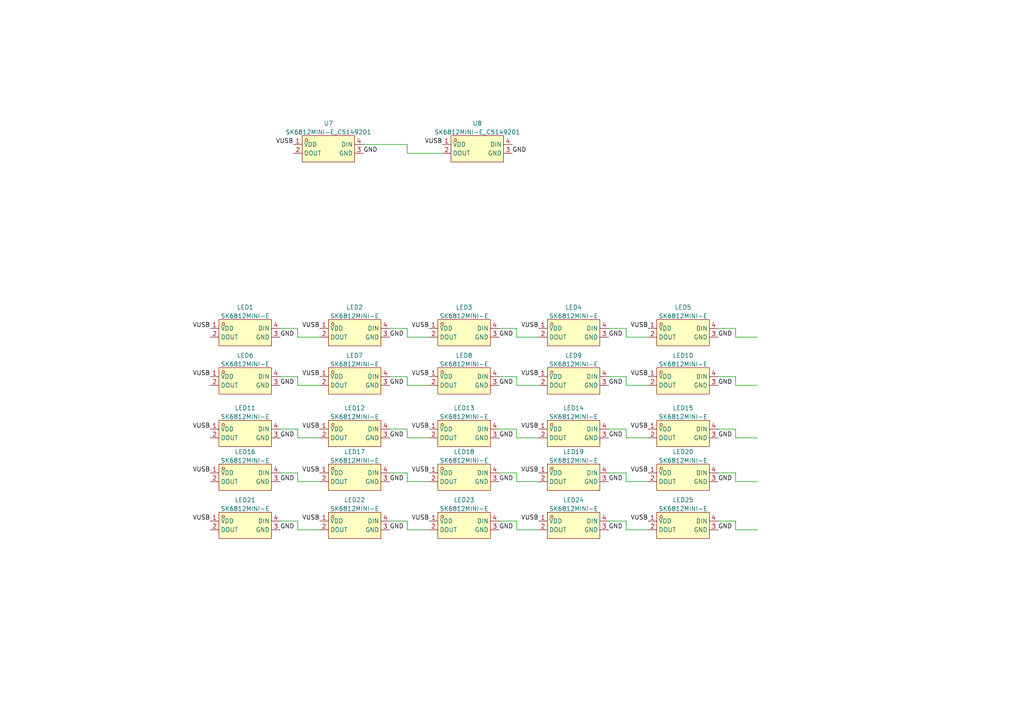
<source format=kicad_sch>
(kicad_sch (version 20211123) (generator eeschema)
  (paper "A4")
  (lib_symbols
    (symbol "easyeda2kicad:SK6812MINI-E_C5149201"
      (property "Reference" "U" (at 0 7.62 0))
      (property "Value" "SK6812MINI-E_C5149201" (at 0 -5.08 0))
      (symbol "SK6812MINI-E_C5149201_0_1"
        (rectangle (start -7.62 5.08) (end 7.62 -2.54) (fill (type background)))
        (circle (center -6.35 3.81) (radius 0.38))
        (pin unspecified line (at -10.16 2.54 0) (length 2.54) (name "VDD") (number "1"))
        (pin unspecified line (at -10.16 0 0) (length 2.54) (name "DOUT") (number "2"))
        (pin unspecified line (at 10.16 0 180) (length 2.54) (name "GND") (number "3"))
        (pin unspecified line (at 10.16 2.54 180) (length 2.54) (name "DIN") (number "4"))
      )
    )
    (symbol "hacrafu:SK6812MINI-E"
      (property "Reference" "U" (at 0 7.62 0))
      (property "Value" "SK6812MINI-E" (at 0 -5.08 0))
      (symbol "SK6812MINI-E_0_1"
        (rectangle (start -7.62 5.08) (end 7.62 -2.54) (fill (type background)))
        (circle (center -6.35 3.81) (radius 0.38))
        (pin unspecified line (at -10.16 2.54 0) (length 2.54) (name "VDD") (number "1"))
        (pin unspecified line (at -10.16 0 0) (length 2.54) (name "DOUT") (number "2"))
        (pin unspecified line (at 10.16 0 180) (length 2.54) (name "GND") (number "3"))
        (pin unspecified line (at 10.16 2.54 180) (length 2.54) (name "DIN") (number "4"))
      )
    )
  )
  (wire (pts (xy 86.36 137.16) (xy 86.36 139.7)))
  (wire (pts (xy 118.11 151.13) (xy 118.11 153.67)))
  (wire (pts (xy 213.36 139.7) (xy 219.71 139.7)))
  (wire (pts (xy 213.36 137.16) (xy 213.36 139.7)))
  (wire (pts (xy 213.36 153.67) (xy 219.71 153.67)))
  (wire (pts (xy 81.28 137.16) (xy 86.36 137.16)))
  (wire (pts (xy 113.03 124.46) (xy 118.11 124.46)))
  (wire (pts (xy 213.36 97.79) (xy 219.71 97.79)))
  (wire (pts (xy 149.86 111.76) (xy 156.21 111.76)))
  (wire (pts (xy 118.11 97.79) (xy 124.46 97.79)))
  (wire (pts (xy 181.61 111.76) (xy 187.96 111.76)))
  (wire (pts (xy 81.28 109.22) (xy 86.36 109.22)))
  (wire (pts (xy 149.86 95.25) (xy 149.86 97.79)))
  (wire (pts (xy 118.11 109.22) (xy 118.11 111.76)))
  (wire (pts (xy 144.78 95.25) (xy 149.86 95.25)))
  (wire (pts (xy 213.36 124.46) (xy 213.36 127)))
  (wire (pts (xy 86.36 111.76) (xy 92.71 111.76)))
  (wire (pts (xy 181.61 97.79) (xy 187.96 97.79)))
  (wire (pts (xy 181.61 153.67) (xy 187.96 153.67)))
  (wire (pts (xy 213.36 151.13) (xy 213.36 153.67)))
  (wire (pts (xy 149.86 153.67) (xy 156.21 153.67)))
  (wire (pts (xy 118.11 137.16) (xy 118.11 139.7)))
  (wire (pts (xy 208.28 151.13) (xy 213.36 151.13)))
  (wire (pts (xy 208.28 124.46) (xy 213.36 124.46)))
  (wire (pts (xy 149.86 127) (xy 156.21 127)))
  (wire (pts (xy 86.36 124.46) (xy 86.36 127)))
  (wire (pts (xy 213.36 127) (xy 219.71 127)))
  (wire (pts (xy 181.61 127) (xy 187.96 127)))
  (wire (pts (xy 149.86 124.46) (xy 149.86 127)))
  (wire (pts (xy 86.36 97.79) (xy 92.71 97.79)))
  (wire (pts (xy 208.28 109.22) (xy 213.36 109.22)))
  (wire (pts (xy 81.28 151.13) (xy 86.36 151.13)))
  (wire (pts (xy 208.28 95.25) (xy 213.36 95.25)))
  (wire (pts (xy 144.78 137.16) (xy 149.86 137.16)))
  (wire (pts (xy 181.61 124.46) (xy 181.61 127)))
  (wire (pts (xy 86.36 153.67) (xy 92.71 153.67)))
  (wire (pts (xy 86.36 109.22) (xy 86.36 111.76)))
  (wire (pts (xy 213.36 95.25) (xy 213.36 97.79)))
  (wire (pts (xy 176.53 109.22) (xy 181.61 109.22)))
  (wire (pts (xy 81.28 124.46) (xy 86.36 124.46)))
  (wire (pts (xy 149.86 97.79) (xy 156.21 97.79)))
  (wire (pts (xy 118.11 44.45) (xy 128.27 44.45)))
  (wire (pts (xy 213.36 111.76) (xy 219.71 111.76)))
  (wire (pts (xy 86.36 139.7) (xy 92.71 139.7)))
  (wire (pts (xy 181.61 139.7) (xy 187.96 139.7)))
  (wire (pts (xy 118.11 111.76) (xy 124.46 111.76)))
  (wire (pts (xy 181.61 151.13) (xy 181.61 153.67)))
  (wire (pts (xy 176.53 124.46) (xy 181.61 124.46)))
  (wire (pts (xy 118.11 139.7) (xy 124.46 139.7)))
  (wire (pts (xy 181.61 95.25) (xy 181.61 97.79)))
  (wire (pts (xy 181.61 137.16) (xy 181.61 139.7)))
  (wire (pts (xy 113.03 137.16) (xy 118.11 137.16)))
  (wire (pts (xy 208.28 137.16) (xy 213.36 137.16)))
  (wire (pts (xy 118.11 41.91) (xy 118.11 44.45)))
  (wire (pts (xy 86.36 95.25) (xy 86.36 97.79)))
  (wire (pts (xy 144.78 151.13) (xy 149.86 151.13)))
  (wire (pts (xy 81.28 95.25) (xy 86.36 95.25)))
  (wire (pts (xy 113.03 109.22) (xy 118.11 109.22)))
  (wire (pts (xy 181.61 109.22) (xy 181.61 111.76)))
  (wire (pts (xy 113.03 151.13) (xy 118.11 151.13)))
  (wire (pts (xy 144.78 109.22) (xy 149.86 109.22)))
  (wire (pts (xy 213.36 109.22) (xy 213.36 111.76)))
  (wire (pts (xy 149.86 151.13) (xy 149.86 153.67)))
  (wire (pts (xy 176.53 137.16) (xy 181.61 137.16)))
  (wire (pts (xy 176.53 151.13) (xy 181.61 151.13)))
  (wire (pts (xy 118.11 153.67) (xy 124.46 153.67)))
  (wire (pts (xy 86.36 151.13) (xy 86.36 153.67)))
  (wire (pts (xy 176.53 95.25) (xy 181.61 95.25)))
  (wire (pts (xy 144.78 124.46) (xy 149.86 124.46)))
  (wire (pts (xy 118.11 124.46) (xy 118.11 127)))
  (wire (pts (xy 86.36 127) (xy 92.71 127)))
  (wire (pts (xy 149.86 137.16) (xy 149.86 139.7)))
  (wire (pts (xy 113.03 95.25) (xy 118.11 95.25)))
  (wire (pts (xy 118.11 95.25) (xy 118.11 97.79)))
  (wire (pts (xy 149.86 109.22) (xy 149.86 111.76)))
  (wire (pts (xy 118.11 127) (xy 124.46 127)))
  (wire (pts (xy 105.41 41.91) (xy 118.11 41.91)))
  (wire (pts (xy 149.86 139.7) (xy 156.21 139.7)))
  (label "VUSB" (at 60.96 151.13 180))
  (label "VUSB" (at 187.96 109.22 180))
  (label "VUSB" (at 92.71 109.22 180))
  (label "GND" (at 176.53 139.7 0))
  (label "GND" (at 113.03 153.67 0))
  (label "VUSB" (at 156.21 151.13 180))
  (label "VUSB" (at 124.46 109.22 180))
  (label "GND" (at 176.53 127 0))
  (label "VUSB" (at 187.96 137.16 180))
  (label "VUSB" (at 60.96 124.46 180))
  (label "GND" (at 144.78 111.76 0))
  (label "GND" (at 176.53 97.79 0))
  (label "GND" (at 208.28 97.79 0))
  (label "GND" (at 113.03 111.76 0))
  (label "VUSB" (at 92.71 151.13 180))
  (label "GND" (at 113.03 97.79 0))
  (label "GND" (at 81.28 111.76 0))
  (label "GND" (at 208.28 127 0))
  (label "VUSB" (at 60.96 137.16 180))
  (label "GND" (at 113.03 127 0))
  (label "GND" (at 208.28 111.76 0))
  (label "GND" (at 81.28 153.67 0))
  (label "VUSB" (at 92.71 137.16 180))
  (label "VUSB" (at 92.71 95.25 180))
  (label "VUSB" (at 128.27 41.91 180))
  (label "GND" (at 148.59 44.45 0))
  (label "VUSB" (at 156.21 109.22 180))
  (label "VUSB" (at 124.46 124.46 180))
  (label "GND" (at 144.78 153.67 0))
  (label "GND" (at 81.28 97.79 0))
  (label "GND" (at 81.28 139.7 0))
  (label "VUSB" (at 124.46 137.16 180))
  (label "VUSB" (at 156.21 124.46 180))
  (label "VUSB" (at 187.96 95.25 180))
  (label "VUSB" (at 156.21 137.16 180))
  (label "GND" (at 176.53 111.76 0))
  (label "GND" (at 208.28 153.67 0))
  (label "GND" (at 113.03 139.7 0))
  (label "VUSB" (at 156.21 95.25 180))
  (label "GND" (at 208.28 139.7 0))
  (label "VUSB" (at 92.71 124.46 180))
  (label "VUSB" (at 187.96 124.46 180))
  (label "GND" (at 176.53 153.67 0))
  (label "GND" (at 81.28 127 0))
  (label "VUSB" (at 60.96 95.25 180))
  (label "VUSB" (at 187.96 151.13 180))
  (label "GND" (at 144.78 97.79 0))
  (label "GND" (at 144.78 127 0))
  (label "GND" (at 144.78 139.7 0))
  (label "VUSB" (at 60.96 109.22 180))
  (label "GND" (at 105.41 44.45 0))
  (label "VUSB" (at 85.09 41.91 180))
  (label "VUSB" (at 124.46 95.25 180))
  (label "VUSB" (at 124.46 151.13 180))
  (symbol (lib_id "hacrafu:SK6812MINI-E") (at 198.12 111.76 0) (unit 1)
    (property "Reference" "LED10" (at 198.12 103.1072 0))
    (property "Value" "SK6812MINI-E" (at 198.12 105.6441 0))
    (property "Footprint" "hacrafu:SK6812MINI-E-handsolder" (effects hide))
    (property "Manufacturer" "欧思科光电" (effects hide))
    (property "LCSC Part" "C5149201" (effects hide))
    (property "JLC Part" "Extended Part" (effects hide))
  )
  (symbol (lib_id "hacrafu:SK6812MINI-E") (at 198.12 97.79 0) (unit 1)
    (property "Reference" "LED5" (at 198.12 89.1372 0))
    (property "Value" "SK6812MINI-E" (at 198.12 91.6741 0))
    (property "Footprint" "hacrafu:SK6812MINI-E-handsolder" (effects hide))
    (property "Manufacturer" "欧思科光电" (effects hide))
    (property "LCSC Part" "C5149201" (effects hide))
    (property "JLC Part" "Extended Part" (effects hide))
  )
  (symbol (lib_id "hacrafu:SK6812MINI-E") (at 71.12 139.7 0) (unit 1)
    (property "Reference" "LED16" (at 71.12 131.0472 0))
    (property "Value" "SK6812MINI-E" (at 71.12 133.5841 0))
    (property "Footprint" "hacrafu:SK6812MINI-E-handsolder" (effects hide))
    (property "Manufacturer" "欧思科光电" (effects hide))
    (property "LCSC Part" "C5149201" (effects hide))
    (property "JLC Part" "Extended Part" (effects hide))
  )
  (symbol (lib_id "hacrafu:SK6812MINI-E") (at 134.62 127 0) (unit 1)
    (property "Reference" "LED13" (at 134.62 118.3472 0))
    (property "Value" "SK6812MINI-E" (at 134.62 120.8841 0))
    (property "Footprint" "hacrafu:SK6812MINI-E-handsolder" (effects hide))
    (property "Manufacturer" "欧思科光电" (effects hide))
    (property "LCSC Part" "C5149201" (effects hide))
    (property "JLC Part" "Extended Part" (effects hide))
  )
  (symbol (lib_id "hacrafu:SK6812MINI-E") (at 71.12 153.67 0) (unit 1)
    (property "Reference" "LED21" (at 71.12 145.0172 0))
    (property "Value" "SK6812MINI-E" (at 71.12 147.5541 0))
    (property "Footprint" "hacrafu:SK6812MINI-E-handsolder" (effects hide))
    (property "Manufacturer" "欧思科光电" (effects hide))
    (property "LCSC Part" "C5149201" (effects hide))
    (property "JLC Part" "Extended Part" (effects hide))
  )
  (symbol (lib_id "hacrafu:SK6812MINI-E") (at 166.37 139.7 0) (unit 1)
    (property "Reference" "LED19" (at 166.37 131.0472 0))
    (property "Value" "SK6812MINI-E" (at 166.37 133.5841 0))
    (property "Footprint" "hacrafu:SK6812MINI-E-handsolder" (effects hide))
    (property "Manufacturer" "欧思科光电" (effects hide))
    (property "LCSC Part" "C5149201" (effects hide))
    (property "JLC Part" "Extended Part" (effects hide))
  )
  (symbol (lib_id "hacrafu:SK6812MINI-E") (at 102.87 97.79 0) (unit 1)
    (property "Reference" "LED2" (at 102.87 89.1372 0))
    (property "Value" "SK6812MINI-E" (at 102.87 91.6741 0))
    (property "Footprint" "hacrafu:SK6812MINI-E-handsolder" (effects hide))
    (property "Manufacturer" "欧思科光电" (effects hide))
    (property "LCSC Part" "C5149201" (effects hide))
    (property "JLC Part" "Extended Part" (effects hide))
  )
  (symbol (lib_id "hacrafu:SK6812MINI-E") (at 71.12 111.76 0) (unit 1)
    (property "Reference" "LED6" (at 71.12 103.1072 0))
    (property "Value" "SK6812MINI-E" (at 71.12 105.6441 0))
    (property "Footprint" "hacrafu:SK6812MINI-E-handsolder" (effects hide))
    (property "Manufacturer" "欧思科光电" (effects hide))
    (property "LCSC Part" "C5149201" (effects hide))
    (property "JLC Part" "Extended Part" (effects hide))
  )
  (symbol (lib_id "hacrafu:SK6812MINI-E") (at 134.62 153.67 0) (unit 1)
    (property "Reference" "LED23" (at 134.62 145.0172 0))
    (property "Value" "SK6812MINI-E" (at 134.62 147.5541 0))
    (property "Footprint" "hacrafu:SK6812MINI-E-handsolder" (effects hide))
    (property "Manufacturer" "欧思科光电" (effects hide))
    (property "LCSC Part" "C5149201" (effects hide))
    (property "JLC Part" "Extended Part" (effects hide))
  )
  (symbol (lib_id "hacrafu:SK6812MINI-E") (at 166.37 153.67 0) (unit 1)
    (property "Reference" "LED24" (at 166.37 145.0172 0))
    (property "Value" "SK6812MINI-E" (at 166.37 147.5541 0))
    (property "Footprint" "hacrafu:SK6812MINI-E-handsolder" (effects hide))
    (property "Manufacturer" "欧思科光电" (effects hide))
    (property "LCSC Part" "C5149201" (effects hide))
    (property "JLC Part" "Extended Part" (effects hide))
  )
  (symbol (lib_id "hacrafu:SK6812MINI-E") (at 102.87 127 0) (unit 1)
    (property "Reference" "LED12" (at 102.87 118.3472 0))
    (property "Value" "SK6812MINI-E" (at 102.87 120.8841 0))
    (property "Footprint" "hacrafu:SK6812MINI-E-handsolder" (effects hide))
    (property "Manufacturer" "欧思科光电" (effects hide))
    (property "LCSC Part" "C5149201" (effects hide))
    (property "JLC Part" "Extended Part" (effects hide))
  )
  (symbol (lib_id "hacrafu:SK6812MINI-E") (at 166.37 111.76 0) (unit 1)
    (property "Reference" "LED9" (at 166.37 103.1072 0))
    (property "Value" "SK6812MINI-E" (at 166.37 105.6441 0))
    (property "Footprint" "hacrafu:SK6812MINI-E-handsolder" (effects hide))
    (property "Manufacturer" "欧思科光电" (effects hide))
    (property "LCSC Part" "C5149201" (effects hide))
    (property "JLC Part" "Extended Part" (effects hide))
  )
  (symbol (lib_id "hacrafu:SK6812MINI-E") (at 134.62 111.76 0) (unit 1)
    (property "Reference" "LED8" (at 134.62 103.1072 0))
    (property "Value" "SK6812MINI-E" (at 134.62 105.6441 0))
    (property "Footprint" "hacrafu:SK6812MINI-E-handsolder" (effects hide))
    (property "Manufacturer" "欧思科光电" (effects hide))
    (property "LCSC Part" "C5149201" (effects hide))
    (property "JLC Part" "Extended Part" (effects hide))
  )
  (symbol (lib_id "hacrafu:SK6812MINI-E") (at 198.12 127 0) (unit 1)
    (property "Reference" "LED15" (at 198.12 118.3472 0))
    (property "Value" "SK6812MINI-E" (at 198.12 120.8841 0))
    (property "Footprint" "hacrafu:SK6812MINI-E-handsolder" (effects hide))
    (property "Manufacturer" "欧思科光电" (effects hide))
    (property "LCSC Part" "C5149201" (effects hide))
    (property "JLC Part" "Extended Part" (effects hide))
  )
  (symbol (lib_id "hacrafu:SK6812MINI-E") (at 102.87 153.67 0) (unit 1)
    (property "Reference" "LED22" (at 102.87 145.0172 0))
    (property "Value" "SK6812MINI-E" (at 102.87 147.5541 0))
    (property "Footprint" "hacrafu:SK6812MINI-E-handsolder" (effects hide))
    (property "Manufacturer" "欧思科光电" (effects hide))
    (property "LCSC Part" "C5149201" (effects hide))
    (property "JLC Part" "Extended Part" (effects hide))
  )
  (symbol (lib_id "hacrafu:SK6812MINI-E") (at 134.62 97.79 0) (unit 1)
    (property "Reference" "LED3" (at 134.62 89.1372 0))
    (property "Value" "SK6812MINI-E" (at 134.62 91.6741 0))
    (property "Footprint" "hacrafu:SK6812MINI-E-handsolder" (effects hide))
    (property "Manufacturer" "欧思科光电" (effects hide))
    (property "LCSC Part" "C5149201" (effects hide))
    (property "JLC Part" "Extended Part" (effects hide))
  )
  (symbol (lib_id "hacrafu:SK6812MINI-E") (at 71.12 97.79 0) (unit 1)
    (property "Reference" "LED1" (at 71.12 89.1372 0))
    (property "Value" "SK6812MINI-E" (at 71.12 91.6741 0))
    (property "Footprint" "hacrafu:SK6812MINI-E-handsolder" (effects hide))
    (property "Manufacturer" "欧思科光电" (effects hide))
    (property "LCSC Part" "C5149201" (effects hide))
    (property "JLC Part" "Extended Part" (effects hide))
  )
  (symbol (lib_id "hacrafu:SK6812MINI-E") (at 134.62 139.7 0) (unit 1)
    (property "Reference" "LED18" (at 134.62 131.0472 0))
    (property "Value" "SK6812MINI-E" (at 134.62 133.5841 0))
    (property "Footprint" "hacrafu:SK6812MINI-E-handsolder" (effects hide))
    (property "Manufacturer" "欧思科光电" (effects hide))
    (property "LCSC Part" "C5149201" (effects hide))
    (property "JLC Part" "Extended Part" (effects hide))
  )
  (symbol (lib_id "hacrafu:SK6812MINI-E") (at 166.37 97.79 0) (unit 1)
    (property "Reference" "LED4" (at 166.37 89.1372 0))
    (property "Value" "SK6812MINI-E" (at 166.37 91.6741 0))
    (property "Footprint" "hacrafu:SK6812MINI-E-handsolder" (effects hide))
    (property "Manufacturer" "欧思科光电" (effects hide))
    (property "LCSC Part" "C5149201" (effects hide))
    (property "JLC Part" "Extended Part" (effects hide))
  )
  (symbol (lib_id "hacrafu:SK6812MINI-E") (at 102.87 139.7 0) (unit 1)
    (property "Reference" "LED17" (at 102.87 131.0472 0))
    (property "Value" "SK6812MINI-E" (at 102.87 133.5841 0))
    (property "Footprint" "hacrafu:SK6812MINI-E-handsolder" (effects hide))
    (property "Manufacturer" "欧思科光电" (effects hide))
    (property "LCSC Part" "C5149201" (effects hide))
    (property "JLC Part" "Extended Part" (effects hide))
  )
  (symbol (lib_id "hacrafu:SK6812MINI-E") (at 95.25 44.45 0) (unit 1)
    (property "Reference" "U7" (at 95.25 35.7972 0))
    (property "Value" "SK6812MINI-E_C5149201" (at 95.25 38.3341 0))
    (property "Footprint" "hacrafu:SK6812MINI-E-handsolder" (effects hide))
    (property "Manufacturer" "欧思科光电" (effects hide))
    (property "LCSC Part" "C5149201" (effects hide))
    (property "JLC Part" "Extended Part" (effects hide))
  )
  (symbol (lib_id "hacrafu:SK6812MINI-E") (at 102.87 111.76 0) (unit 1)
    (property "Reference" "LED7" (at 102.87 103.1072 0))
    (property "Value" "SK6812MINI-E" (at 102.87 105.6441 0))
    (property "Footprint" "hacrafu:SK6812MINI-E-handsolder" (effects hide))
    (property "Manufacturer" "欧思科光电" (effects hide))
    (property "LCSC Part" "C5149201" (effects hide))
    (property "JLC Part" "Extended Part" (effects hide))
  )
  (symbol (lib_id "hacrafu:SK6812MINI-E") (at 71.12 127 0) (unit 1)
    (property "Reference" "LED11" (at 71.12 118.3472 0))
    (property "Value" "SK6812MINI-E" (at 71.12 120.8841 0))
    (property "Footprint" "hacrafu:SK6812MINI-E-handsolder" (effects hide))
    (property "Manufacturer" "欧思科光电" (effects hide))
    (property "LCSC Part" "C5149201" (effects hide))
    (property "JLC Part" "Extended Part" (effects hide))
  )
  (symbol (lib_id "hacrafu:SK6812MINI-E") (at 166.37 127 0) (unit 1)
    (property "Reference" "LED14" (at 166.37 118.3472 0))
    (property "Value" "SK6812MINI-E" (at 166.37 120.8841 0))
    (property "Footprint" "hacrafu:SK6812MINI-E-handsolder" (effects hide))
    (property "Manufacturer" "欧思科光电" (effects hide))
    (property "LCSC Part" "C5149201" (effects hide))
    (property "JLC Part" "Extended Part" (effects hide))
  )
  (symbol (lib_id "hacrafu:SK6812MINI-E") (at 198.12 139.7 0) (unit 1)
    (property "Reference" "LED20" (at 198.12 131.0472 0))
    (property "Value" "SK6812MINI-E" (at 198.12 133.5841 0))
    (property "Footprint" "hacrafu:SK6812MINI-E-handsolder" (effects hide))
    (property "Manufacturer" "欧思科光电" (effects hide))
    (property "LCSC Part" "C5149201" (effects hide))
    (property "JLC Part" "Extended Part" (effects hide))
  )
  (symbol (lib_id "hacrafu:SK6812MINI-E") (at 198.12 153.67 0) (unit 1)
    (property "Reference" "LED25" (at 198.12 145.0172 0))
    (property "Value" "SK6812MINI-E" (at 198.12 147.5541 0))
    (property "Footprint" "hacrafu:SK6812MINI-E-handsolder" (effects hide))
    (property "Manufacturer" "欧思科光电" (effects hide))
    (property "LCSC Part" "C5149201" (effects hide))
    (property "JLC Part" "Extended Part" (effects hide))
  )
  (symbol (lib_id "easyeda2kicad:SK6812MINI-E_C5149201") (at 138.43 44.45 0) (unit 1)
    (property "Reference" "U8" (at 138.43 35.7972 0))
    (property "Value" "SK6812MINI-E_C5149201" (at 138.43 38.3341 0))
    (property "Footprint" "hacrafu:SK6812MINI-E-handsolder" (effects hide))
    (property "Manufacturer" "欧思科光电" (effects hide))
    (property "LCSC Part" "C5149201" (effects hide))
    (property "JLC Part" "Extended Part" (effects hide))
  )
)
</source>
